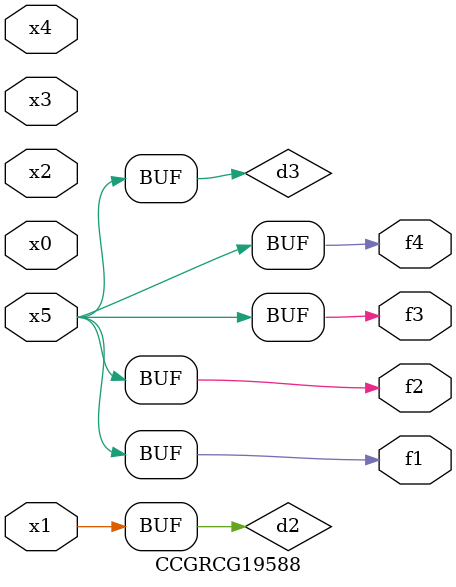
<source format=v>
module CCGRCG19588(
	input x0, x1, x2, x3, x4, x5,
	output f1, f2, f3, f4
);

	wire d1, d2, d3;

	not (d1, x5);
	or (d2, x1);
	xnor (d3, d1);
	assign f1 = d3;
	assign f2 = d3;
	assign f3 = d3;
	assign f4 = d3;
endmodule

</source>
